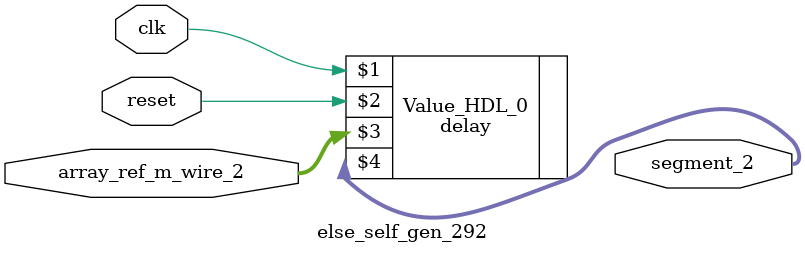
<source format=v>
module else_self_gen_292( input clk, input reset, input [31:0]array_ref_m_wire_2, output [31:0]segment_2); 
	wire [31:0]segment_2;
	//Proceed with segment_2 = array_ref_m_wire_2
	delay Value_HDL_0 ( clk, reset, array_ref_m_wire_2, segment_2);
endmodule
</source>
